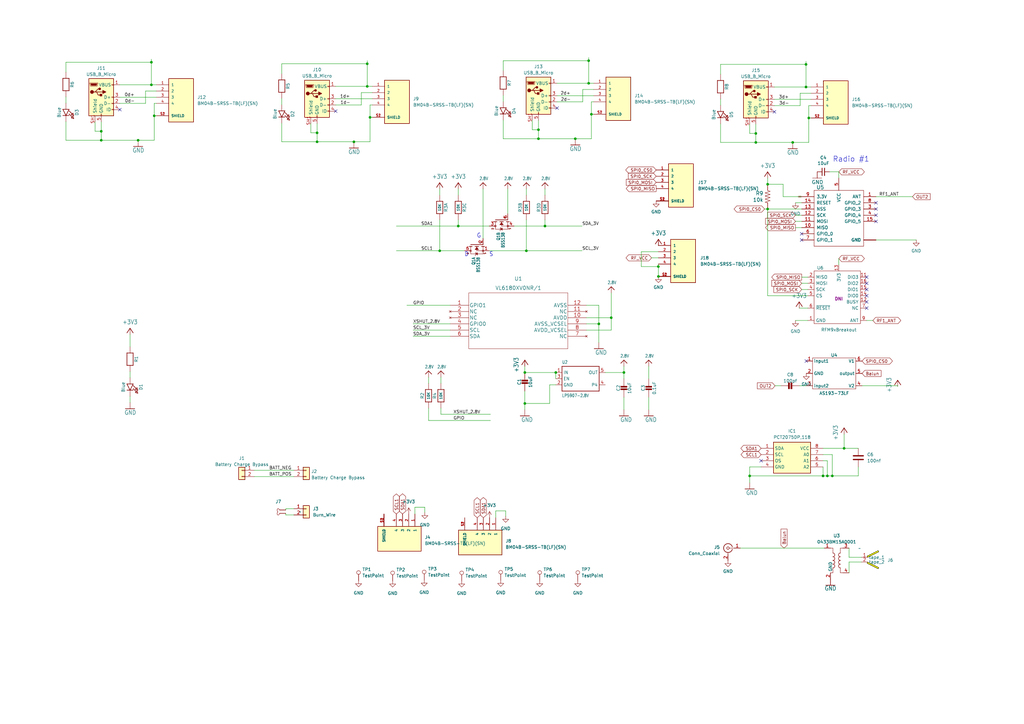
<source format=kicad_sch>
(kicad_sch (version 20230121) (generator eeschema)
  (paper "A3")
  (junction (at 325.12 58.42))
  (junction (at 215.9 102.87))
  (junction (at 250.698 130.302))
  (junction (at 337.566 195.199))
  (junction (at 130.048 54.483))
  (junction (at 314.833 85.725))
  (junction (at 241.427 34.163))
  (junction (at 63.246 47.498))
  (junction (at 330.581 35.687))
  (junction (at 270.0528 113.3856))
  (junction (at 331.724 48.387))
  (junction (at 145.161 58.166))
  (junction (at 220.853 53.213))
  (junction (at 130.048 58.166))
  (junction (at 307.467 195.199))
  (junction (at 255.905 152.781))
  (junction (at 242.57 46.863))
  (junction (at 310.007 54.737))
  (junction (at 215.265 165.481))
  (junction (at 215.265 152.781))
  (junction (at 180.34 102.87))
  (junction (at 330.581 26.416))
  (junction (at 245.618 132.842))
  (junction (at 346.202 183.896))
  (junction (at 62.103 25.527))
  (junction (at 270.0274 109.3216))
  (junction (at 62.103 34.798))
  (junction (at 314.833 75.565))
  (junction (at 341.376 195.199))
  (junction (at 150.622 35.433))
  (junction (at 223.52 92.71))
  (junction (at 41.529 53.848))
  (junction (at 56.642 57.531))
  (junction (at 241.427 24.892))
  (junction (at 151.765 48.133))
  (junction (at 41.529 57.531))
  (junction (at 187.96 92.71))
  (junction (at 339.344 195.199))
  (junction (at 227.965 152.781))
  (junction (at 220.853 56.896))
  (junction (at 235.966 56.896))
  (junction (at 310.007 58.42))
  (junction (at 150.622 26.162))
  (no_connect (at 317.627 45.847))
  (no_connect (at 359.283 90.805))
  (no_connect (at 359.283 88.265))
  (no_connect (at 355.473 126.365))
  (no_connect (at 355.473 123.825))
  (no_connect (at 355.473 116.205))
  (no_connect (at 355.473 118.745))
  (no_connect (at 328.803 95.885))
  (no_connect (at 359.283 85.725))
  (no_connect (at 355.473 113.665))
  (no_connect (at 355.473 121.285))
  (no_connect (at 328.803 98.425))
  (no_connect (at 312.166 188.976))
  (no_connect (at 359.283 83.185))
  (no_connect (at 49.149 44.958))
  (no_connect (at 330.708 148.082))
  (no_connect (at 228.473 44.323))
  (no_connect (at 137.668 45.593))
  (wire (pts (xy 223.52 80.01) (xy 223.52 77.47)))
  (wire (pts (xy 201.168 172.466) (xy 175.768 172.466)))
  (wire (pts (xy 180.848 169.926) (xy 180.848 167.386)))
  (wire (pts (xy 120.523 192.913) (xy 104.267 192.913)))
  (wire (pts (xy 187.96 80.01) (xy 187.96 77.47)))
  (wire (pts (xy 203.327 212.344) (xy 203.327 209.55)))
  (wire (pts (xy 53.34 162.56) (xy 53.34 165.1)))
  (wire (pts (xy 200.66 102.87) (xy 215.9 102.87)))
  (wire (pts (xy 235.966 56.896) (xy 242.57 56.896)))
  (wire (pts (xy 62.103 24.257) (xy 62.103 25.527)))
  (wire (pts (xy 307.467 195.199) (xy 307.467 197.993)))
  (wire (pts (xy 180.34 102.87) (xy 162.56 102.87)))
  (wire (pts (xy 243.459 41.783) (xy 242.57 41.783)))
  (wire (pts (xy 27.051 57.531) (xy 41.529 57.531)))
  (wire (pts (xy 295.529 50.8) (xy 295.529 58.42)))
  (wire (pts (xy 41.529 57.531) (xy 56.642 57.531)))
  (wire (pts (xy 151.765 58.166) (xy 151.765 48.133)))
  (wire (pts (xy 303.657 224.79) (xy 338.074 224.79)))
  (wire (pts (xy 130.048 58.166) (xy 145.161 58.166)))
  (wire (pts (xy 180.848 157.226) (xy 180.848 154.686)))
  (wire (pts (xy 240.538 132.842) (xy 245.618 132.842)))
  (wire (pts (xy 120.523 211.201) (xy 117.221 211.201)))
  (wire (pts (xy 215.9 90.17) (xy 215.9 102.87)))
  (wire (pts (xy 310.007 58.42) (xy 325.12 58.42)))
  (wire (pts (xy 120.523 208.661) (xy 117.221 208.661)))
  (wire (pts (xy 352.044 183.896) (xy 346.202 183.896)))
  (wire (pts (xy 353.314 228.6) (xy 348.234 228.6)))
  (wire (pts (xy 117.221 211.201) (xy 117.221 210.566)))
  (wire (pts (xy 215.9 80.01) (xy 215.9 77.47)))
  (wire (pts (xy 41.529 53.848) (xy 41.529 57.531)))
  (wire (pts (xy 245.618 132.842) (xy 245.618 140.462)))
  (wire (pts (xy 59.69 37.338) (xy 64.135 37.338)))
  (wire (pts (xy 314.833 75.565) (xy 314.833 73.025)))
  (wire (pts (xy 344.043 70.485) (xy 344.043 73.025)))
  (wire (pts (xy 148.209 37.973) (xy 152.654 37.973)))
  (wire (pts (xy 330.581 26.416) (xy 330.581 35.687)))
  (wire (pts (xy 187.96 92.71) (xy 162.56 92.71)))
  (wire (pts (xy 266.065 162.941) (xy 266.065 168.021)))
  (wire (pts (xy 200.66 92.71) (xy 187.96 92.71)))
  (wire (pts (xy 307.467 50.927) (xy 307.467 54.737)))
  (wire (pts (xy 127.508 54.483) (xy 130.048 54.483)))
  (wire (pts (xy 328.168 43.307) (xy 328.168 38.227)))
  (wire (pts (xy 317.627 43.307) (xy 328.168 43.307)))
  (wire (pts (xy 184.658 125.222) (xy 166.878 125.222)))
  (wire (pts (xy 49.149 39.878) (xy 64.135 39.878)))
  (wire (pts (xy 115.57 26.162) (xy 150.622 26.162)))
  (wire (pts (xy 242.57 46.863) (xy 243.459 46.863)))
  (wire (pts (xy 359.283 98.425) (xy 375.793 98.425)))
  (wire (pts (xy 348.234 228.6) (xy 348.234 224.79)))
  (wire (pts (xy 368.173 158.242) (xy 368.173 158.496)))
  (wire (pts (xy 150.622 35.433) (xy 152.654 35.433)))
  (wire (pts (xy 337.566 191.516) (xy 337.566 195.199)))
  (wire (pts (xy 245.618 125.222) (xy 245.618 132.842)))
  (wire (pts (xy 201.168 169.926) (xy 180.848 169.926)))
  (wire (pts (xy 218.313 53.213) (xy 220.853 53.213)))
  (wire (pts (xy 307.467 191.516) (xy 307.467 195.199)))
  (wire (pts (xy 148.209 43.053) (xy 148.209 37.973)))
  (wire (pts (xy 331.343 118.745) (xy 328.803 118.745)))
  (wire (pts (xy 130.048 50.673) (xy 130.048 54.483)))
  (wire (pts (xy 317.627 40.767) (xy 332.613 40.767)))
  (wire (pts (xy 270.0528 109.3216) (xy 270.0528 113.3856)))
  (wire (pts (xy 190.5 102.87) (xy 180.34 102.87)))
  (wire (pts (xy 115.57 58.166) (xy 130.048 58.166)))
  (wire (pts (xy 63.246 47.498) (xy 64.135 47.498)))
  (wire (pts (xy 38.989 53.848) (xy 41.529 53.848)))
  (wire (pts (xy 27.051 25.527) (xy 27.051 29.591)))
  (wire (pts (xy 330.581 35.687) (xy 332.613 35.687)))
  (wire (pts (xy 307.467 54.737) (xy 310.007 54.737)))
  (wire (pts (xy 184.658 137.922) (xy 169.418 137.922)))
  (wire (pts (xy 27.051 39.751) (xy 27.051 42.291)))
  (wire (pts (xy 223.52 90.17) (xy 223.52 92.71)))
  (wire (pts (xy 225.425 165.481) (xy 215.265 165.481)))
  (wire (pts (xy 248.285 152.781) (xy 255.905 152.781)))
  (wire (pts (xy 220.853 56.896) (xy 235.966 56.896)))
  (wire (pts (xy 255.905 162.941) (xy 255.905 168.021)))
  (wire (pts (xy 206.375 24.892) (xy 241.427 24.892)))
  (wire (pts (xy 359.283 80.645) (xy 374.269 80.645)))
  (wire (pts (xy 348.234 230.505) (xy 348.234 234.95)))
  (wire (pts (xy 341.376 195.199) (xy 352.044 195.199)))
  (wire (pts (xy 184.658 135.382) (xy 169.418 135.382)))
  (wire (pts (xy 321.183 80.645) (xy 321.183 75.565)))
  (wire (pts (xy 352.044 191.516) (xy 352.044 195.199)))
  (wire (pts (xy 241.427 24.892) (xy 241.427 34.163)))
  (wire (pts (xy 346.202 178.054) (xy 346.202 183.896)))
  (wire (pts (xy 117.221 208.661) (xy 117.221 209.169)))
  (wire (pts (xy 137.668 40.513) (xy 152.654 40.513)))
  (wire (pts (xy 218.313 49.403) (xy 218.313 53.213)))
  (wire (pts (xy 62.103 25.527) (xy 62.103 34.798)))
  (wire (pts (xy 240.538 125.222) (xy 245.618 125.222)))
  (wire (pts (xy 263.0424 103.2256) (xy 263.0424 109.3216)))
  (wire (pts (xy 337.566 188.976) (xy 339.344 188.976)))
  (wire (pts (xy 137.668 43.053) (xy 148.209 43.053)))
  (wire (pts (xy 174.244 208.026) (xy 174.244 210.185)))
  (wire (pts (xy 295.529 26.416) (xy 330.581 26.416)))
  (wire (pts (xy 198.12 97.79) (xy 198.12 77.47)))
  (wire (pts (xy 331.724 43.307) (xy 331.724 48.387)))
  (wire (pts (xy 203.327 209.55) (xy 207.391 209.55)))
  (wire (pts (xy 228.473 41.783) (xy 239.014 41.783)))
  (wire (pts (xy 215.265 165.481) (xy 215.265 160.401)))
  (wire (pts (xy 115.57 26.162) (xy 115.57 30.226)))
  (wire (pts (xy 152.654 43.053) (xy 151.765 43.053)))
  (wire (pts (xy 325.12 58.42) (xy 331.724 58.42)))
  (wire (pts (xy 227.965 152.781) (xy 215.265 152.781)))
  (wire (pts (xy 339.344 195.199) (xy 341.376 195.199)))
  (wire (pts (xy 337.566 186.436) (xy 341.376 186.436)))
  (wire (pts (xy 206.375 56.896) (xy 220.853 56.896)))
  (wire (pts (xy 330.581 25.146) (xy 330.581 26.416)))
  (wire (pts (xy 267.2334 105.7656) (xy 270.0274 105.7656)))
  (wire (pts (xy 180.34 77.47) (xy 180.34 80.01)))
  (wire (pts (xy 210.82 92.71) (xy 223.52 92.71)))
  (wire (pts (xy 344.043 106.045) (xy 344.043 108.585)))
  (wire (pts (xy 270.0274 108.3056) (xy 270.0274 109.3216)))
  (wire (pts (xy 241.427 34.163) (xy 243.459 34.163)))
  (wire (pts (xy 326.263 131.445) (xy 331.343 131.445)))
  (wire (pts (xy 307.467 195.199) (xy 337.566 195.199)))
  (wire (pts (xy 150.622 24.892) (xy 150.622 26.162)))
  (wire (pts (xy 255.905 152.781) (xy 255.905 150.241)))
  (wire (pts (xy 170.18 208.026) (xy 174.244 208.026)))
  (wire (pts (xy 206.375 24.892) (xy 206.375 28.956)))
  (wire (pts (xy 63.246 57.531) (xy 63.246 47.498)))
  (wire (pts (xy 151.765 43.053) (xy 151.765 48.133)))
  (wire (pts (xy 104.267 195.453) (xy 120.523 195.453)))
  (wire (pts (xy 310.007 54.737) (xy 310.007 58.42)))
  (wire (pts (xy 270.0274 103.2256) (xy 263.0424 103.2256)))
  (wire (pts (xy 225.425 157.861) (xy 225.425 165.481)))
  (wire (pts (xy 175.768 157.226) (xy 175.768 154.686)))
  (wire (pts (xy 328.803 93.345) (xy 326.263 93.345)))
  (wire (pts (xy 239.014 36.703) (xy 243.459 36.703)))
  (wire (pts (xy 215.265 150.241) (xy 215.265 152.781)))
  (wire (pts (xy 317.627 35.687) (xy 330.581 35.687)))
  (wire (pts (xy 263.0424 109.3216) (xy 270.0274 109.3216)))
  (wire (pts (xy 27.051 49.911) (xy 27.051 57.531)))
  (wire (pts (xy 240.538 135.382) (xy 250.698 135.382)))
  (wire (pts (xy 327.914 158.242) (xy 330.708 158.242)))
  (wire (pts (xy 353.314 230.505) (xy 348.234 230.505)))
  (wire (pts (xy 215.9 102.87) (xy 238.76 102.87)))
  (wire (pts (xy 295.529 40.64) (xy 295.529 43.18)))
  (wire (pts (xy 41.529 50.038) (xy 41.529 53.848)))
  (wire (pts (xy 314.833 121.285) (xy 331.343 121.285)))
  (wire (pts (xy 266.065 150.241) (xy 266.065 155.321)))
  (wire (pts (xy 332.613 43.307) (xy 331.724 43.307)))
  (wire (pts (xy 137.668 35.433) (xy 150.622 35.433)))
  (wire (pts (xy 328.803 83.185) (xy 326.263 83.185)))
  (wire (pts (xy 115.57 50.546) (xy 115.57 58.166)))
  (wire (pts (xy 206.375 39.116) (xy 206.375 41.656)))
  (wire (pts (xy 327.787 126.365) (xy 331.343 126.365)))
  (wire (pts (xy 150.622 26.162) (xy 150.622 35.433)))
  (wire (pts (xy 242.57 56.896) (xy 242.57 46.863)))
  (wire (pts (xy 228.473 39.243) (xy 243.459 39.243)))
  (wire (pts (xy 223.52 92.71) (xy 238.76 92.71)))
  (wire (pts (xy 53.34 142.24) (xy 53.34 137.16)))
  (wire (pts (xy 328.803 88.265) (xy 326.263 88.265)))
  (wire (pts (xy 339.344 188.976) (xy 339.344 195.199)))
  (wire (pts (xy 353.568 158.242) (xy 368.173 158.242)))
  (wire (pts (xy 242.57 41.783) (xy 242.57 46.863)))
  (wire (pts (xy 115.57 40.386) (xy 115.57 42.926)))
  (wire (pts (xy 321.183 80.645) (xy 328.803 80.645)))
  (wire (pts (xy 145.161 58.166) (xy 151.765 58.166)))
  (wire (pts (xy 313.563 85.725) (xy 314.833 85.725)))
  (wire (pts (xy 250.698 130.302) (xy 250.698 120.142)))
  (wire (pts (xy 341.376 186.436) (xy 341.376 195.199)))
  (wire (pts (xy 187.96 90.17) (xy 187.96 92.71)))
  (wire (pts (xy 314.833 85.725) (xy 314.833 121.285)))
  (wire (pts (xy 228.473 34.163) (xy 241.427 34.163)))
  (wire (pts (xy 207.391 209.55) (xy 207.391 211.709)))
  (wire (pts (xy 56.642 57.531) (xy 63.246 57.531)))
  (wire (pts (xy 317.881 158.242) (xy 320.294 158.242)))
  (wire (pts (xy 328.168 38.227) (xy 332.613 38.227)))
  (wire (pts (xy 310.007 50.927) (xy 310.007 54.737)))
  (wire (pts (xy 270.0274 109.3216) (xy 270.0528 109.3216)))
  (wire (pts (xy 328.803 90.805) (xy 326.263 90.805)))
  (wire (pts (xy 59.69 42.418) (xy 59.69 37.338)))
  (wire (pts (xy 49.149 34.798) (xy 62.103 34.798)))
  (wire (pts (xy 312.166 191.516) (xy 307.467 191.516)))
  (wire (pts (xy 227.965 155.321) (xy 227.965 152.781)))
  (wire (pts (xy 215.265 165.481) (xy 215.265 168.021)))
  (wire (pts (xy 49.149 42.418) (xy 59.69 42.418)))
  (wire (pts (xy 220.853 53.213) (xy 220.853 56.896)))
  (wire (pts (xy 220.853 49.403) (xy 220.853 53.213)))
  (wire (pts (xy 295.529 58.42) (xy 310.007 58.42)))
  (wire (pts (xy 175.768 172.466) (xy 175.768 167.386)))
  (wire (pts (xy 27.051 25.527) (xy 62.103 25.527)))
  (wire (pts (xy 337.566 195.199) (xy 339.344 195.199)))
  (wire (pts (xy 240.538 130.302) (xy 250.698 130.302)))
  (wire (pts (xy 295.529 26.416) (xy 295.529 30.48)))
  (wire (pts (xy 250.698 135.382) (xy 250.698 130.302)))
  (wire (pts (xy 331.343 116.205) (xy 328.803 116.205)))
  (wire (pts (xy 64.135 42.418) (xy 63.246 42.418)))
  (wire (pts (xy 270.0274 113.3856) (xy 270.0528 113.3856)))
  (wire (pts (xy 62.103 34.798) (xy 64.135 34.798)))
  (wire (pts (xy 344.043 70.485) (xy 340.233 70.485)))
  (wire (pts (xy 321.183 75.565) (xy 314.833 75.565)))
  (wire (pts (xy 239.014 41.783) (xy 239.014 36.703)))
  (wire (pts (xy 270.0274 100.6856) (xy 270.0528 100.6856)))
  (wire (pts (xy 227.965 157.861) (xy 225.425 157.861)))
  (wire (pts (xy 130.048 54.483) (xy 130.048 58.166)))
  (wire (pts (xy 331.724 48.387) (xy 332.613 48.387)))
  (wire (pts (xy 170.18 210.82) (xy 170.18 208.026)))
  (wire (pts (xy 63.246 42.418) (xy 63.246 47.498)))
  (wire (pts (xy 38.989 50.038) (xy 38.989 53.848)))
  (wire (pts (xy 331.724 58.42) (xy 331.724 48.387)))
  (wire (pts (xy 358.013 131.445) (xy 355.473 131.445)))
  (wire (pts (xy 331.343 113.665) (xy 328.803 113.665)))
  (wire (pts (xy 151.765 48.133) (xy 152.654 48.133)))
  (wire (pts (xy 255.905 152.781) (xy 255.905 155.321)))
  (wire (pts (xy 127.508 50.673) (xy 127.508 54.483)))
  (wire (pts (xy 337.566 183.896) (xy 346.202 183.896)))
  (wire (pts (xy 208.28 87.63) (xy 208.28 77.47)))
  (wire (pts (xy 184.658 132.842) (xy 169.418 132.842)))
  (wire (pts (xy 180.34 90.17) (xy 180.34 102.87)))
  (wire (pts (xy 314.833 85.725) (xy 328.803 85.725)))
  (wire (pts (xy 53.34 152.4) (xy 53.34 154.94)))
  (wire (pts (xy 241.427 23.622) (xy 241.427 24.892)))
  (wire (pts (xy 206.375 49.276) (xy 206.375 56.896)))
  (text "S" (at 200.66 105.41 0) (effects (font (size 1.778 1.5113)) (justify left bottom)))
  (text "Radio #1" (at 341.503 66.675 0) (effects (font (size 2.159 2.159)) (justify left bottom)))
  (text "G" (at 195.58 97.79 0) (effects (font (size 1.778 1.5113)) (justify left bottom)))
  (text "D" (at 190.5 105.41 0) (effects (font (size 1.778 1.5113)) (justify left bottom)))
  (label "3d-" (at 319.532 43.307 0))
  (label "BATT_NEG" (at 110.363 192.913 0))
  (label "2d+" (at 229.87 39.243 0))
  (label "XSHUT_2.8V" (at 185.928 169.926 0) (effects (font (size 1.2446 1.2446))))
  (label "0d-" (at 51.181 42.418 0))
  (label "GPIO" (at 169.418 125.222 0) (effects (font (size 1.2446 1.2446))))
  (label "1d-" (at 139.573 43.053 0))
  (label "1d+" (at 139.446 40.513 0))
  (label "SDA1" (at 172.72 92.71 0) (effects (font (size 1.2446 1.2446))))
  (label "2d-" (at 229.997 41.783 0))
  (label "3d+" (at 319.405 40.767 0))
  (label "SCL_3V" (at 169.418 135.382 0) (effects (font (size 1.2446 1.2446))))
  (label "SDA_3V" (at 169.418 137.922 0) (effects (font (size 1.2446 1.2446))))
  (label "GPIO" (at 185.928 172.466 0) (effects (font (size 1.2446 1.2446))))
  (label "RF1_ANT" (at 360.553 80.645 0))
  (label "SCL1" (at 172.72 102.87 0) (effects (font (size 1.2446 1.2446))))
  (label "0d+" (at 51.054 39.878 0))
  (label "SCL_3V" (at 238.76 102.87 0) (effects (font (size 1.2446 1.2446))))
  (label "SDA_3V" (at 238.76 92.71 0) (effects (font (size 1.2446 1.2446))))
  (label "XSHUT_2.8V" (at 169.418 132.842 0) (effects (font (size 1.2446 1.2446))))
  (label "BATT_POS" (at 110.363 195.453 0))
  (global_label "RF_VCC" (shape bidirectional) (at 344.043 70.485 0) (property "Intersheetrefs" "${INTERSHEET_REFS}" (effects hide)))
  (global_label "RF_VCC" (shape bidirectional) (at 344.043 106.045 0) (property "Intersheetrefs" "${INTERSHEET_REFS}" (effects hide)))
  (global_label "SPI0_MOSI" (shape input) (at 328.803 116.205 180) (property "Intersheetrefs" "${INTERSHEET_REFS}" (effects hide)))
  (global_label "SPI0_SCK" (shape input) (at 269.113 72.263 180) (property "Intersheetrefs" "${INTERSHEET_REFS}" (effects hide)))
  (global_label "SDA1" (shape bidirectional) (at 312.166 183.896 180) (property "Intersheetrefs" "${INTERSHEET_REFS}" (effects hide)))
  (global_label "SDA1" (shape bidirectional) (at 198.247 212.344 90) (property "Intersheetrefs" "${INTERSHEET_REFS}" (effects hide)))
  (global_label "OUT2" (shape input) (at 317.881 158.242 180) (property "Intersheetrefs" "${INTERSHEET_REFS}" (effects hide)))
  (global_label "SPI0_CS0" (shape bidirectional) (at 269.113 69.723 180) (property "Intersheetrefs" "${INTERSHEET_REFS}" (effects hide)))
  (global_label "SPI0_MOSI" (shape input) (at 326.263 90.805 180) (property "Intersheetrefs" "${INTERSHEET_REFS}" (effects hide)))
  (global_label "3.3V" (shape bidirectional) (at 328.803 80.645 180) (effects (font (size 0.254 0.254))) (property "Intersheetrefs" "${INTERSHEET_REFS}" (effects hide)))
  (global_label "SCL1" (shape bidirectional) (at 312.166 186.436 180) (property "Intersheetrefs" "${INTERSHEET_REFS}" (effects hide)))
  (global_label "SPI0_MOSI" (shape input) (at 269.113 74.803 180) (property "Intersheetrefs" "${INTERSHEET_REFS}" (effects hide)))
  (global_label "SCL1" (shape bidirectional) (at 162.56 210.82 90) (property "Intersheetrefs" "${INTERSHEET_REFS}" (effects hide)))
  (global_label "RF_VCC" (shape bidirectional) (at 267.2334 105.7656 180) (property "Intersheetrefs" "${INTERSHEET_REFS}" (effects hide)))
  (global_label "RF1_ANT" (shape bidirectional) (at 358.013 131.445 0) (property "Intersheetrefs" "${INTERSHEET_REFS}" (effects hide)))
  (global_label "Balun" (shape input) (at 353.568 153.162 0) (property "Intersheetrefs" "${INTERSHEET_REFS}" (effects hide)))
  (global_label "Balun" (shape input) (at 321.564 224.79 90) (property "Intersheetrefs" "${INTERSHEET_REFS}" (effects hide)))
  (global_label "SPI0_SCK" (shape input) (at 328.803 118.745 180) (property "Intersheetrefs" "${INTERSHEET_REFS}" (effects hide)))
  (global_label "SPI0_CS0" (shape bidirectional) (at 313.563 85.725 180) (property "Intersheetrefs" "${INTERSHEET_REFS}" (effects hide)))
  (global_label "OUT2" (shape input) (at 374.269 80.645 0) (property "Intersheetrefs" "${INTERSHEET_REFS}" (effects hide)))
  (global_label "SCL1" (shape bidirectional) (at 195.707 212.344 90) (property "Intersheetrefs" "${INTERSHEET_REFS}" (effects hide)))
  (global_label "SPI0_MISO" (shape output) (at 328.803 113.665 180) (property "Intersheetrefs" "${INTERSHEET_REFS}" (effects hide)))
  (global_label "SPI0_MISO" (shape output) (at 326.263 93.345 180) (property "Intersheetrefs" "${INTERSHEET_REFS}" (effects hide)))
  (global_label "SDA1" (shape bidirectional) (at 165.1 210.82 90) (property "Intersheetrefs" "${INTERSHEET_REFS}" (effects hide)))
  (global_label "SPI0_SCK" (shape input) (at 326.263 88.265 180) (property "Intersheetrefs" "${INTERSHEET_REFS}" (effects hide)))
  (global_label "SPI0_CS0" (shape bidirectional) (at 353.568 148.082 0) (property "Intersheetrefs" "${INTERSHEET_REFS}" (effects hide)))
  (global_label "SPI0_MISO" (shape output) (at 269.113 77.343 180) (property "Intersheetrefs" "${INTERSHEET_REFS}" (effects hide)))
  (symbol (lib_id "mainboard:RFM9xBreakout") (at 344.043 122.555 0) (unit 1)
    (property "Reference" "U6" (at 336.423 109.855 0))
    (property "Value" "RFM9xBreakout" (at 344.043 135.255 0))
    (property "Footprint" "Antenna_board:HOPERF_RFM95W_SMD" (effects hide))
    (property "DNI" "DNI" (at 344.043 122.555 0) (effects (font bold)))
  )
  (symbol (lib_id "Connector:USB_B_Micro") (at 41.529 39.878 0) (unit 1)
    (property "Reference" "J11" (at 41.529 27.94 0))
    (property "Value" "USB_B_Micro" (at 41.529 30.48 0))
    (property "Footprint" "Antenna_board:MOLEX_105164-0001(round)" (effects hide))
  )
  (symbol (lib_id "mainboard:10KOHM-1_10W-1%(0603)0603") (at 314.833 80.645 270) (unit 1)
    (property "Reference" "R9" (at 313.1058 79.2988 90) (effects (font (size 1.4986 1.4986)) (justify right)))
    (property "Value" "10k" (at 313.1058 81.9658 90) (effects (font (size 1.4986 1.4986)) (justify right)))
    (property "Footprint" "Resistor_SMD:R_0603_1608Metric" (effects hide))
    (property "Description" "10k 0603" (effects hide))
  )
  (symbol (lib_id "BM04B-SRSS-TB_LF__SN_:BM04B-SRSS-TB(LF)(SN)") (at 162.56 220.98 270) (unit 1)
    (property "Reference" "J4" (at 174.1932 220.345 90) (effects (justify left)))
    (property "Value" "BM04B-SRSS-TB(LF)(SN)" (at 174.1932 222.885 90) (effects (justify left)))
    (property "Footprint" "Antenna_board:JST_BM04B-SRSS-TB(LF)(SN)" (effects hide))
    (property "PARTREV" "N/A" (effects hide))
    (property "SNAPEDA_PN" "BM04B-SRSS-TB(LF)(SN)" (effects hide))
    (property "STANDARD" "Manufacturer Recommendations" (effects hide))
    (property "MAXIMUM_PACKAGE_HEIGHT" "6.3 mm" (effects hide))
    (property "MANUFACTURER" "JST Sales America Inc." (effects hide))
  )
  (symbol (lib_id "Adafruit VL6180 Time of Flight Sensor-eagle-import:MOSFET-N_DUAL") (at 195.58 100.33 90) (mirror x) (unit 1)
    (property "Reference" "Q1" (at 194.945 105.41 0) (effects (font (size 1.27 1.0795)) (justify left bottom)))
    (property "Value" "BSS138" (at 196.85 105.41 0) (effects (font (size 1.27 1.0795)) (justify left bottom)))
    (property "Footprint" "Package_TO_SOT_SMD:SOT-363_SC-70-6" (effects hide))
  )
  (symbol (lib_id "Adafruit ItsyBitsy RP2040-eagle-import:RESISTOR_0402NO") (at 295.529 35.56 270) (unit 1)
    (property "Reference" "R8" (at 298.069 35.56 0))
    (property "Value" "1K" (effects hide))
    (property "Footprint" "Resistor_SMD:R_0402_1005Metric" (effects hide))
  )
  (symbol (lib_id "Adafruit ItsyBitsy RP2040-eagle-import:RESISTOR_0402NO") (at 27.051 34.671 270) (unit 1)
    (property "Reference" "R6" (at 29.591 34.671 0))
    (property "Value" "1K" (effects hide))
    (property "Footprint" "Resistor_SMD:R_0402_1005Metric" (effects hide))
  )
  (symbol (lib_id "Adafruit VL6180 Time of Flight Sensor-eagle-import:2.8V") (at 250.698 117.602 0) (unit 1)
    (property "Reference" "#U$09" (effects hide))
    (property "Value" "2.8V" (at 249.174 116.586 0) (effects (font (size 1.27 1.0795)) (justify left bottom)))
    (property "Footprint" "Adafruit VL6180 Time of Flight Sensor:" (effects hide))
  )
  (symbol (lib_id "Antenna:Tape_Measure_Antenna") (at 352.552 224.917 0) (unit 1)
    (property "Reference" "J6" (at 363.982 229.743 0) (effects (justify left)))
    (property "Value" "~" (at 352.552 224.917 0))
    (property "Footprint" "Antenna_board:Tape_Measure_Antenna" (effects hide))
  )
  (symbol (lib_id "Adafruit ItsyBitsy RP2040-eagle-import:GND") (at 56.642 60.071 0) (mirror y) (unit 1)
    (property "Reference" "#GND03" (effects hide))
    (property "Value" "GND" (at 59.182 62.611 0) (effects (font (size 1.778 1.5113)) (justify left bottom)))
    (property "Footprint" "Adafruit ItsyBitsy RP2040:" (effects hide))
  )
  (symbol (lib_id "power:+3V3") (at 200.787 212.344 0) (unit 1)
    (property "Reference" "#PWR011" (effects hide))
    (property "Value" "+3V3" (at 200.787 207.264 0))
  )
  (symbol (lib_id "Adafruit VL6180 Time of Flight Sensor-eagle-import:GND") (at 266.065 170.561 0) (unit 1)
    (property "Reference" "#U$013" (effects hide))
    (property "Value" "GND" (at 264.541 173.101 0) (effects (font (size 1.778 1.5113)) (justify left bottom)))
    (property "Footprint" "Adafruit VL6180 Time of Flight Sensor:" (effects hide))
  )
  (symbol (lib_id "Adafruit VL6180 Time of Flight Sensor-eagle-import:2.8V") (at 266.065 147.701 0) (unit 1)
    (property "Reference" "#U$012" (effects hide))
    (property "Value" "2.8V" (at 264.541 146.685 0) (effects (font (size 1.27 1.0795)) (justify left bottom)))
    (property "Footprint" "Adafruit VL6180 Time of Flight Sensor:" (effects hide))
  )
  (symbol (lib_id "power:GND") (at 330.708 153.162 0) (unit 1)
    (property "Reference" "#PWR017" (effects hide))
    (property "Value" "GND" (at 330.708 157.6054 0))
  )
  (symbol (lib_id "VL6180X0NR:VL6180XV0NR{slash}1") (at 184.658 125.222 0) (unit 1)
    (property "Reference" "U1" (at 212.598 114.3 0) (effects (font (size 1.524 1.524))))
    (property "Value" "VL6180XV0NR/1" (at 212.598 118.11 0) (effects (font (size 1.524 1.524))))
    (property "Footprint" "Adafruit VL6180 Time of Flight Sensor:VL6180" (effects hide))
  )
  (symbol (lib_id "power:GND") (at 147.066 238.125 0) (unit 1)
    (property "Reference" "#PWR04" (effects hide))
    (property "Value" "GND" (at 147.066 243.205 0))
  )
  (symbol (lib_id "Adafruit ItsyBitsy RP2040-eagle-import:+3V3") (at 187.96 74.93 0) (unit 1)
    (property "Reference" "#+3V03" (effects hide))
    (property "Value" "+3V3" (at 187.96 72.39 0) (effects (font (size 1.778 1.5113))))
    (property "Footprint" "Adafruit ItsyBitsy RP2040:" (effects hide))
  )
  (symbol (lib_id "Adafruit ItsyBitsy RP2040-eagle-import:+3V3") (at 368.173 155.956 0) (unit 1)
    (property "Reference" "#+3V08" (effects hide))
    (property "Value" "+3V3" (at 365.633 161.036 90) (effects (font (size 1.778 1.5113)) (justify left bottom)))
    (property "Footprint" "Adafruit ItsyBitsy RP2040:" (effects hide))
  )
  (symbol (lib_id "Adafruit VL6180 Time of Flight Sensor-eagle-import:RESISTOR_4PACK") (at 215.9 85.09 90) (mirror x) (unit 2)
    (property "Reference" "R3" (at 213.36 85.09 0))
    (property "Value" "10K" (at 215.9 85.09 0) (effects (font (size 1.016 1.016) bold)))
    (property "Footprint" "Resistor_SMD:R_Array_Convex_4x0603" (effects hide))
  )
  (symbol (lib_id "BM04B-SRSS-TB_LF__SN_:BM04B-SRSS-TB(LF)(SN)") (at 279.273 77.343 0) (unit 1)
    (property "Reference" "J17" (at 286.258 74.803 0) (effects (justify left)))
    (property "Value" "BM04B-SRSS-TB(LF)(SN)" (at 286.258 77.343 0) (effects (justify left)))
    (property "Footprint" "Antenna_board:JST_BM04B-SRSS-TB(LF)(SN)" (effects hide))
    (property "PARTREV" "N/A" (effects hide))
    (property "SNAPEDA_PN" "BM04B-SRSS-TB(LF)(SN)" (effects hide))
    (property "STANDARD" "Manufacturer Recommendations" (effects hide))
    (property "MAXIMUM_PACKAGE_HEIGHT" "6.3 mm" (effects hide))
    (property "MANUFACTURER" "JST Sales America Inc." (effects hide))
  )
  (symbol (lib_id "BM04B-SRSS-TB_LF__SN_:BM04B-SRSS-TB(LF)(SN)") (at 253.619 41.783 0) (unit 1)
    (property "Reference" "J14" (at 260.223 39.243 0) (effects (justify left)))
    (property "Value" "BM04B-SRSS-TB(LF)(SN)" (at 260.223 41.783 0) (effects (justify left)))
    (property "Footprint" "Antenna_board:JST_BM04B-SRSS-TB(LF)(SN)" (effects hide))
    (property "PARTREV" "N/A" (effects hide))
    (property "SNAPEDA_PN" "BM04B-SRSS-TB(LF)(SN)" (effects hide))
    (property "STANDARD" "Manufacturer Recommendations" (effects hide))
    (property "MAXIMUM_PACKAGE_HEIGHT" "6.3 mm" (effects hide))
    (property "MANUFACTURER" "JST Sales America Inc." (effects hide))
  )
  (symbol (lib_id "Adafruit ItsyBitsy RP2040-eagle-import:+3V3") (at 53.34 134.62 0) (unit 1)
    (property "Reference" "#+3V01" (effects hide))
    (property "Value" "+3V3" (at 53.34 132.08 0) (effects (font (size 1.778 1.5113))))
    (property "Footprint" "Adafruit ItsyBitsy RP2040:" (effects hide))
  )
  (symbol (lib_id "Adafruit VL6180 Time of Flight Sensor-eagle-import:2.8V") (at 223.52 74.93 0) (unit 1)
    (property "Reference" "#U$07" (effects hide))
    (property "Value" "2.8V" (at 221.996 73.914 0) (effects (font (size 1.27 1.0795)) (justify left bottom)))
    (property "Footprint" "Adafruit VL6180 Time of Flight Sensor:" (effects hide))
  )
  (symbol (lib_id "Adafruit VL6180 Time of Flight Sensor-eagle-import:GND") (at 245.618 143.002 0) (unit 1)
    (property "Reference" "#U$08" (effects hide))
    (property "Value" "GND" (at 244.094 145.542 0) (effects (font (size 1.778 1.5113)) (justify left bottom)))
    (property "Footprint" "Adafruit VL6180 Time of Flight Sensor:" (effects hide))
  )
  (symbol (lib_id "Adafruit VL6180 Time of Flight Sensor-eagle-import:VREG_SOT23-5") (at 238.125 155.321 0) (unit 1)
    (property "Reference" "U2" (at 230.505 149.225 0) (effects (font (size 1.27 1.0795)) (justify left bottom)))
    (property "Value" "LP5907-2.8V" (at 230.505 162.941 0) (effects (font (size 1.27 1.0795)) (justify left bottom)))
    (property "Footprint" "Package_TO_SOT_SMD:SOT-23-5" (effects hide))
  )
  (symbol (lib_id "Connector:TestPoint") (at 189.357 238.252 0) (unit 1)
    (property "Reference" "TP4" (at 190.881 233.68 0) (effects (justify left)))
    (property "Value" "TestPoint" (at 190.881 236.22 0) (effects (justify left)))
    (property "Footprint" "MountingHole:MountingHole_2.7mm_M2.5_Pad" (effects hide))
  )
  (symbol (lib_id "Adafruit VL6180 Time of Flight Sensor-eagle-import:CAP_CERAMIC0603_NO") (at 266.065 160.401 0) (unit 1)
    (property "Reference" "C3" (at 263.775 159.151 90))
    (property "Value" "0.1uF" (at 268.365 159.151 90))
    (property "Footprint" "Capacitor_SMD:C_0603_1608Metric" (effects hide))
  )
  (symbol (lib_id "BM04B-SRSS-TB_LF__SN_:BM04B-SRSS-TB(LF)(SN)") (at 342.773 43.307 0) (unit 1)
    (property "Reference" "J16" (at 349.377 40.767 0) (effects (justify left)))
    (property "Value" "BM04B-SRSS-TB(LF)(SN)" (at 349.377 43.307 0) (effects (justify left)))
    (property "Footprint" "Antenna_board:JST_BM04B-SRSS-TB(LF)(SN)" (effects hide))
    (property "PARTREV" "N/A" (effects hide))
    (property "SNAPEDA_PN" "BM04B-SRSS-TB(LF)(SN)" (effects hide))
    (property "STANDARD" "Manufacturer Recommendations" (effects hide))
    (property "MAXIMUM_PACKAGE_HEIGHT" "6.3 mm" (effects hide))
    (property "MANUFACTURER" "JST Sales America Inc." (effects hide))
  )
  (symbol (lib_id "mainboard:GND") (at 335.153 73.025 0) (mirror y) (unit 1)
    (property "Reference" "#U01" (effects hide))
    (property "Value" "GND" (at 337.693 75.565 0) (effects (font (size 1.4986 1.4986)) (justify left bottom)))
  )
  (symbol (lib_id "power:GND") (at 221.361 238.125 0) (unit 1)
    (property "Reference" "#PWR09" (effects hide))
    (property "Value" "GND" (at 221.361 243.205 0))
  )
  (symbol (lib_id "Adafruit VL6180 Time of Flight Sensor-eagle-import:RESISTOR_4PACK") (at 180.34 85.09 270) (unit 1)
    (property "Reference" "R3" (at 182.88 85.09 0))
    (property "Value" "10K" (at 180.34 85.09 0) (effects (font (size 1.016 1.016) bold)))
    (property "Footprint" "Resistor_SMD:R_Array_Convex_4x0603" (effects hide))
  )
  (symbol (lib_id "Adafruit VL6180 Time of Flight Sensor-eagle-import:MOSFET-N_DUAL") (at 205.74 90.17 90) (mirror x) (unit 2)
    (property "Reference" "Q1" (at 205.105 95.25 0) (effects (font (size 1.27 1.0795)) (justify left bottom)))
    (property "Value" "BSS138" (at 207.01 95.25 0) (effects (font (size 1.27 1.0795)) (justify left bottom)))
    (property "Footprint" "Package_TO_SOT_SMD:SOT-363_SC-70-6" (effects hide))
  )
  (symbol (lib_id "Adafruit VL6180 Time of Flight Sensor-eagle-import:CAP_CERAMIC0805-NOOUTLINE") (at 255.905 160.401 0) (unit 1)
    (property "Reference" "C2" (at 253.615 159.151 90))
    (property "Value" "10uF" (at 258.205 159.151 90))
    (property "Footprint" "Capacitor_SMD:C_0805_2012Metric" (effects hide))
  )
  (symbol (lib_id "power:GND") (at 205.359 237.998 0) (unit 1)
    (property "Reference" "#PWR08" (effects hide))
    (property "Value" "GND" (at 205.359 243.078 0))
  )
  (symbol (lib_id "Adafruit ItsyBitsy RP2040-eagle-import:+3V3") (at 215.265 147.701 0) (unit 1)
    (property "Reference" "#+3V04" (effects hide))
    (property "Value" "+3V3" (at 212.725 152.781 90) (effects (font (size 1.778 1.5113)) (justify left bottom)))
    (property "Footprint" "Adafruit ItsyBitsy RP2040:" (effects hide))
  )
  (symbol (lib_id "Adafruit ItsyBitsy RP2040-eagle-import:RESISTOR_0402NO") (at 53.34 147.32 270) (unit 1)
    (property "Reference" "R1" (at 55.88 147.32 0))
    (property "Value" "1K" (effects hide))
    (property "Footprint" "Resistor_SMD:R_0402_1005Metric" (effects hide))
  )
  (symbol (lib_id "Device:C") (at 352.044 187.706 0) (unit 1)
    (property "Reference" "C6" (at 355.6 186.436 0) (effects (justify left)))
    (property "Value" "100nf" (at 355.6 188.976 0) (effects (justify left)))
    (property "Footprint" "Capacitor_SMD:C_0603_1608Metric" (effects hide))
  )
  (symbol (lib_id "Adafruit VL6180 Time of Flight Sensor-eagle-import:RESISTOR_4PACK") (at 223.52 85.09 90) (mirror x) (unit 4)
    (property "Reference" "R3" (at 220.98 85.09 0))
    (property "Value" "10K" (at 223.52 85.09 0) (effects (font (size 1.016 1.016) bold)))
    (property "Footprint" "Resistor_SMD:R_Array_Convex_4x0603" (effects hide))
  )
  (symbol (lib_id "Adafruit VL6180 Time of Flight Sensor-eagle-import:GND") (at 215.265 170.561 0) (unit 1)
    (property "Reference" "#U$05" (effects hide))
    (property "Value" "GND" (at 213.741 173.101 0) (effects (font (size 1.778 1.5113)) (justify left bottom)))
    (property "Footprint" "Adafruit VL6180 Time of Flight Sensor:" (effects hide))
  )
  (symbol (lib_id "Connector:USB_B_Micro") (at 220.853 39.243 0) (unit 1)
    (property "Reference" "J13" (at 220.853 27.305 0))
    (property "Value" "USB_B_Micro" (at 220.853 29.845 0))
    (property "Footprint" "Antenna_board:MOLEX_105164-0001(round)" (effects hide))
  )
  (symbol (lib_id "BM04B-SRSS-TB_LF__SN_:BM04B-SRSS-TB(LF)(SN)") (at 195.707 222.504 270) (unit 1)
    (property "Reference" "J8" (at 207.3402 221.869 90) (effects (justify left)))
    (property "Value" "BM04B-SRSS-TB(LF)(SN)" (at 207.3402 224.409 90) (effects (justify left)))
    (property "Footprint" "Antenna_board:JST_BM04B-SRSS-TB(LF)(SN)" (effects hide))
    (property "PARTREV" "N/A" (effects hide))
    (property "SNAPEDA_PN" "BM04B-SRSS-TB(LF)(SN)" (effects hide))
    (property "STANDARD" "Manufacturer Recommendations" (effects hide))
    (property "MAXIMUM_PACKAGE_HEIGHT" "6.3 mm" (effects hide))
    (property "MANUFACTURER" "JST Sales America Inc." (effects hide))
  )
  (symbol (lib_id "Transformer:0433BM15A0001") (at 343.154 229.87 0) (unit 1)
    (property "Reference" "U3" (at 343.154 219.71 0))
    (property "Value" "0433BM15A0001" (at 343.154 222.25 0))
    (property "Footprint" "RF_Converter:Balun_Johanson_0896BM15A0001" (effects hide))
    (property "Datasheet" "https://www.johansontechnology.com/datasheets/0433BM15A0001/0433BM15A0001.pdf" (effects hide))
  )
  (symbol (lib_id "Connector:TestPoint") (at 205.359 237.998 0) (unit 1)
    (property "Reference" "TP5" (at 206.883 233.426 0) (effects (justify left)))
    (property "Value" "TestPoint" (at 206.883 235.966 0) (effects (justify left)))
    (property "Footprint" "MountingHole:MountingHole_2.7mm_M2.5_Pad" (effects hide))
  )
  (symbol (lib_id "Adafruit VL6180 Time of Flight Sensor-eagle-import:RESISTOR_0603_NOOUT") (at 175.768 162.306 90) (unit 1)
    (property "Reference" "R2" (at 173.228 162.306 0))
    (property "Value" "10K" (at 175.768 162.306 0) (effects (font (size 1.016 1.016) bold)))
    (property "Footprint" "Resistor_SMD:R_0603_1608Metric" (effects hide))
  )
  (symbol (lib_id "Adafruit ItsyBitsy RP2040-eagle-import:CAP_CERAMIC_0402NO") (at 325.374 158.242 90) (unit 1)
    (property "Reference" "C8" (at 324.104 153.67 90))
    (property "Value" "100pf" (at 324.104 156.21 90))
    (property "Footprint" "Capacitor_SMD:C_0603_1608Metric" (effects hide))
  )
  (symbol (lib_id "Adafruit ItsyBitsy RP2040-eagle-import:LED0603_NOOUTLINE") (at 295.529 48.26 270) (unit 1)
    (property "Reference" "D5" (at 299.974 46.99 0))
    (property "Value" "Blue" (at 292.735 46.99 0))
    (property "Footprint" "LED_SMD:LED_0603_1608Metric" (effects hide))
  )
  (symbol (lib_id "Adafruit VL6180 Time of Flight Sensor-eagle-import:2.8V") (at 215.9 74.93 0) (unit 1)
    (property "Reference" "#U$06" (effects hide))
    (property "Value" "2.8V" (at 214.376 73.914 0) (effects (font (size 1.27 1.0795)) (justify left bottom)))
    (property "Footprint" "Adafruit VL6180 Time of Flight Sensor:" (effects hide))
  )
  (symbol (lib_id "power:GND") (at 236.982 238.125 0) (unit 1)
    (property "Reference" "#PWR010" (effects hide))
    (property "Value" "GND" (at 236.982 243.205 0))
  )
  (symbol (lib_id "Antenna:PCT2075DP,118") (at 312.166 183.896 0) (unit 1)
    (property "Reference" "IC1" (at 324.866 176.784 0))
    (property "Value" "PCT2075DP,118" (at 324.866 179.324 0))
    (property "Footprint" "Package_SO:TSSOP-8_3x3mm_P0.65mm" (effects hide))
    (property "Datasheet" "http://www.nxp.com/docs/en/data-sheet/PCT2075.pdf" (effects hide))
    (property "Height" "1.1" (effects hide))
    (property "Mouser Part Number" "771-PCT2075DP118" (effects hide))
    (property "Mouser Price/Stock" "https://www.mouser.co.uk/ProductDetail/NXP-Semiconductors/PCT2075DP118?qs=lH1ILECabYlwLBLKMiotHw%3D%3D" (effects hide))
    (property "Manufacturer_Name" "NXP" (effects hide))
    (property "Manufacturer_Part_Number" "PCT2075DP,118" (effects hide))
  )
  (symbol (lib_id "power:GND") (at 269.113 82.423 0) (unit 1)
    (property "Reference" "#PWR020" (effects hide))
    (property "Value" "GND" (at 269.113 86.8664 0))
  )
  (symbol (lib_id "Adafruit VL6180 Time of Flight Sensor-eagle-import:RESISTOR_0603_NOOUT") (at 180.848 162.306 90) (unit 1)
    (property "Reference" "R4" (at 178.308 162.306 0))
    (property "Value" "10K" (at 180.848 162.306 0) (effects (font (size 1.016 1.016) bold)))
    (property "Footprint" "Resistor_SMD:R_0603_1608Metric" (effects hide))
  )
  (symbol (lib_id "power:+3V3") (at 167.64 210.82 0) (unit 1)
    (property "Reference" "#PWR01" (effects hide))
    (property "Value" "+3V3" (at 167.64 205.74 0))
  )
  (symbol (lib_id "Connector:Conn_Coaxial") (at 298.577 224.79 0) (mirror y) (unit 1)
    (property "Reference" "J5" (at 295.275 224.4482 0) (effects (justify left)))
    (property "Value" "Conn_Coaxial" (at 295.275 226.9882 0) (effects (justify left)))
    (property "Footprint" "Connector_Coaxial:SMA_Amphenol_901-144_Vertical" (effects hide))
    (property "Datasheet" " ~" (effects hide))
  )
  (symbol (lib_id "Adafruit ItsyBitsy RP2040-eagle-import:GND") (at 235.966 59.436 0) (mirror y) (unit 1)
    (property "Reference" "#GND05" (effects hide))
    (property "Value" "GND" (at 238.506 61.976 0) (effects (font (size 1.778 1.5113)) (justify left bottom)))
    (property "Footprint" "Adafruit ItsyBitsy RP2040:" (effects hide))
  )
  (symbol (lib_id "Connector:USB_B_Micro") (at 130.048 40.513 0) (unit 1)
    (property "Reference" "J10" (at 130.048 28.575 0))
    (property "Value" "USB_B_Micro" (at 130.048 31.115 0))
    (property "Footprint" "Antenna_board:MOLEX_105164-0001(round)" (effects hide))
  )
  (symbol (lib_id "Adafruit VL6180 Time of Flight Sensor-eagle-import:GND") (at 255.905 170.561 0) (unit 1)
    (property "Reference" "#U$011" (effects hide))
    (property "Value" "GND" (at 254.381 173.101 0) (effects (font (size 1.778 1.5113)) (justify left bottom)))
    (property "Footprint" "Adafruit VL6180 Time of Flight Sensor:" (effects hide))
  )
  (symbol (lib_id "Connector:TestPoint") (at 147.066 238.125 0) (unit 1)
    (property "Reference" "TP1" (at 148.59 233.553 0) (effects (justify left)))
    (property "Value" "TestPoint" (at 148.59 236.093 0) (effects (justify left)))
    (property "Footprint" "MountingHole:MountingHole_2.7mm_M2.5_Pad" (effects hide))
  )
  (symbol (lib_id "power:GND") (at 326.263 131.445 0) (unit 1)
    (property "Reference" "#PWR013" (effects hide))
    (property "Value" "GND" (at 326.263 135.8884 0))
  )
  (symbol (lib_id "Adafruit VL6180 Time of Flight Sensor-eagle-import:2.8V") (at 198.12 74.93 0) (unit 1)
    (property "Reference" "#U$03" (effects hide))
    (property "Value" "2.8V" (at 196.596 73.914 0) (effects (font (size 1.27 1.0795)) (justify left bottom)))
    (property "Footprint" "Adafruit VL6180 Time of Flight Sensor:" (effects hide))
  )
  (symbol (lib_id "Adafruit VL6180 Time of Flight Sensor-eagle-import:2.8V") (at 208.28 74.93 0) (unit 1)
    (property "Reference" "#U$04" (effects hide))
    (property "Value" "2.8V" (at 206.756 73.914 0) (effects (font (size 1.27 1.0795)) (justify left bottom)))
    (property "Footprint" "Adafruit VL6180 Time of Flight Sensor:" (effects hide))
  )
  (symbol (lib_id "Connector_Generic:Conn_01x02") (at 125.603 192.913 0) (unit 1)
    (property "Reference" "J2" (at 127.635 193.3483 0) (effects (justify left)))
    (property "Value" "Battery Charge Bypass" (at 127.635 195.8852 0) (effects (justify left)))
    (property "Footprint" "Picolock2Pos:MOLEX_504050-0291" (effects hide))
  )
  (symbol (lib_id "power:GND") (at 174.244 210.185 0) (unit 1)
    (property "Reference" "#PWR02" (effects hide))
    (property "Value" "GND" (at 174.244 215.265 0))
  )
  (symbol (lib_id "Connector_Generic:Conn_01x02") (at 125.603 208.661 0) (unit 1)
    (property "Reference" "J3" (at 128.27 208.661 0) (effects (justify left)))
    (property "Value" "Burn_Wire" (at 128.27 211.201 0) (effects (justify left)))
    (property "Footprint" "Picolock2Pos:MOLEX_504050-0291" (effects hide))
  )
  (symbol (lib_id "Adafruit VL6180 Time of Flight Sensor-eagle-import:CAP_CERAMIC0805-NOOUTLINE") (at 215.265 157.861 0) (unit 1)
    (property "Reference" "C1" (at 212.975 156.611 90))
    (property "Value" "10uF" (at 217.565 156.611 90))
    (property "Footprint" "Capacitor_SMD:C_0805_2012Metric" (effects hide))
  )
  (symbol (lib_id "Connector_Generic:Conn_01x02") (at 99.187 192.913 0) (mirror y) (unit 1)
    (property "Reference" "J1" (at 99.187 187.9432 0))
    (property "Value" "Battery Charge Bypass" (at 99.187 190.4801 0))
    (property "Footprint" "Connector_PinHeader_2.54mm:PinHeader_1x02_P2.54mm_Vertical" (effects hide))
  )
  (symbol (lib_id "Adafruit ItsyBitsy RP2040-eagle-import:+3V3") (at 314.833 70.485 0) (unit 1)
    (property "Reference" "#+3V06" (effects hide))
    (property "Value" "+3V3" (at 314.833 67.945 0) (effects (font (size 1.778 1.5113))))
    (property "Footprint" "Adafruit ItsyBitsy RP2040:" (effects hide))
  )
  (symbol (lib_id "Connector:TestPoint") (at 161.036 238.252 0) (unit 1)
    (property "Reference" "TP2" (at 162.56 233.68 0) (effects (justify left)))
    (property "Value" "TestPoint" (at 162.56 236.22 0) (effects (justify left)))
    (property "Footprint" "MountingHole:MountingHole_2.7mm_M2.5_Pad" (effects hide))
  )
  (symbol (lib_id "Adafruit ItsyBitsy RP2040-eagle-import:GND") (at 325.12 60.96 0) (mirror y) (unit 1)
    (property "Reference" "#GND06" (effects hide))
    (property "Value" "GND" (at 327.66 63.5 0) (effects (font (size 1.778 1.5113)) (justify left bottom)))
    (property "Footprint" "Adafruit ItsyBitsy RP2040:" (effects hide))
  )
  (symbol (lib_id "BM04B-SRSS-TB_LF__SN_:BM04B-SRSS-TB(LF)(SN)") (at 280.1874 108.3056 0) (unit 1)
    (property "Reference" "J18" (at 287.1724 105.7656 0) (effects (justify left)))
    (property "Value" "BM04B-SRSS-TB(LF)(SN)" (at 287.1724 108.3056 0) (effects (justify left)))
    (property "Footprint" "Antenna_board:JST_BM04B-SRSS-TB(LF)(SN)" (effects hide))
    (property "PARTREV" "N/A" (effects hide))
    (property "SNAPEDA_PN" "BM04B-SRSS-TB(LF)(SN)" (effects hide))
    (property "STANDARD" "Manufacturer Recommendations" (effects hide))
    (property "MAXIMUM_PACKAGE_HEIGHT" "6.3 mm" (effects hide))
    (property "MANUFACTURER" "JST Sales America Inc." (effects hide))
  )
  (symbol (lib_id "Adafruit VL6180 Time of Flight Sensor-eagle-import:2.8V") (at 255.905 147.701 0) (unit 1)
    (property "Reference" "#U$010" (effects hide))
    (property "Value" "2.8V" (at 254.381 146.685 0) (effects (font (size 1.27 1.0795)) (justify left bottom)))
    (property "Footprint" "Adafruit VL6180 Time of Flight Sensor:" (effects hide))
  )
  (symbol (lib_id "Adafruit ItsyBitsy RP2040-eagle-import:+3V3") (at 327.787 123.825 0) (unit 1)
    (property "Reference" "#+3V07" (effects hide))
    (property "Value" "+3V3" (at 327.787 121.285 0) (effects (font (size 1.778 1.5113))))
    (property "Footprint" "Adafruit ItsyBitsy RP2040:" (effects hide))
  )
  (symbol (lib_id "BM04B-SRSS-TB_LF__SN_:BM04B-SRSS-TB(LF)(SN)") (at 74.295 42.418 0) (unit 1)
    (property "Reference" "J12" (at 80.899 39.878 0) (effects (justify left)))
    (property "Value" "BM04B-SRSS-TB(LF)(SN)" (at 80.899 42.418 0) (effects (justify left)))
    (property "Footprint" "Antenna_board:JST_BM04B-SRSS-TB(LF)(SN)" (effects hide))
    (property "PARTREV" "N/A" (effects hide))
    (property "SNAPEDA_PN" "BM04B-SRSS-TB(LF)(SN)" (effects hide))
    (property "STANDARD" "Manufacturer Recommendations" (effects hide))
    (property "MAXIMUM_PACKAGE_HEIGHT" "6.3 mm" (effects hide))
    (property "MANUFACTURER" "JST Sales America Inc." (effects hide))
  )
  (symbol (lib_id "Connector:USB_B_Micro") (at 310.007 40.767 0) (unit 1)
    (property "Reference" "J15" (at 310.007 28.829 0))
    (property "Value" "USB_B_Micro" (at 310.007 31.369 0))
    (property "Footprint" "Antenna_board:MOLEX_105164-0001(round)" (effects hide))
  )
  (symbol (lib_id "Adafruit ItsyBitsy RP2040-eagle-import:RESISTOR_0402NO") (at 115.57 35.306 270) (unit 1)
    (property "Reference" "R5" (at 118.11 35.306 0))
    (property "Value" "1K" (effects hide))
    (property "Footprint" "Resistor_SMD:R_0402_1005Metric" (effects hide))
  )
  (symbol (lib_id "Adafruit ItsyBitsy RP2040-eagle-import:LED0603_NOOUTLINE") (at 115.57 48.006 270) (unit 1)
    (property "Reference" "D2" (at 120.015 46.736 0))
    (property "Value" "Blue" (at 112.776 46.736 0))
    (property "Footprint" "LED_SMD:LED_0603_1608Metric" (effects hide))
  )
  (symbol (lib_id "power:GND") (at 161.036 238.252 0) (unit 1)
    (property "Reference" "#PWR05" (effects hide))
    (property "Value" "GND" (at 161.036 243.332 0))
  )
  (symbol (lib_id "Antenna:RF_Switch") (at 342.138 153.162 0) (unit 1)
    (property "Reference" "U4" (at 342.138 145.669 0))
    (property "Value" "AS193-73LF" (at 342.138 161.29 0))
    (property "Footprint" "Package_TO_SOT_SMD:SuperSOT-6" (effects hide))
  )
  (symbol (lib_id "Adafruit ItsyBitsy RP2040-eagle-import:+3V3") (at 180.34 74.93 0) (unit 1)
    (property "Reference" "#+3V02" (effects hide))
    (property "Value" "+3V3" (at 180.34 72.39 0) (effects (font (size 1.778 1.5113))))
    (property "Footprint" "Adafruit ItsyBitsy RP2040:" (effects hide))
  )
  (symbol (lib_id "mainboard:RFM98PW") (at 341.503 88.265 0) (unit 1)
    (property "Reference" "U5" (at 336.423 76.835 0) (effects (font (size 1.4986 1.4986))))
    (property "Value" "RFM98PW" (effects hide))
    (property "Footprint" "Antenna_board:RFM98PW" (effects hide))
    (property "Description" "433 MHz 1W Radio" (effects hide))
    (property "Flight" "RFM98PW" (effects hide))
    (property "Manufacturer_Name" "HopeRF" (effects hide))
    (property "Manufacturer_Part_Number" "RFM98PW" (effects hide))
    (property "Proto" "RFM98PW" (effects hide))
  )
  (symbol (lib_id "Adafruit VL6180 Time of Flight Sensor-eagle-import:2.8V") (at 175.768 152.146 0) (unit 1)
    (property "Reference" "#U$01" (effects hide))
    (property "Value" "2.8V" (at 174.244 151.13 0) (effects (font (size 1.27 1.0795)) (justify left bottom)))
    (property "Footprint" "Adafruit VL6180 Time of Flight Sensor:" (effects hide))
  )
  (symbol (lib_id "Adafruit ItsyBitsy RP2040-eagle-import:LED0603_NOOUTLINE") (at 53.34 160.02 270) (unit 1)
    (property "Reference" "D1" (at 57.785 158.75 0))
    (property "Value" "Blue" (at 50.546 158.75 0))
    (property "Footprint" "LED_SMD:LED_0603_1608Metric" (effects hide))
  )
  (symbol (lib_id "power:GND") (at 326.263 83.185 0) (unit 1)
    (property "Reference" "#PWR018" (effects hide))
    (property "Value" "GND" (at 326.263 87.6284 0))
  )
  (symbol (lib_id "Device:C_Small") (at 337.693 70.485 90) (unit 1)
    (property "Reference" "C4" (at 337.693 64.6684 90))
    (property "Value" "10uF" (at 337.693 66.9798 90))
    (property "Footprint" "Capacitor_SMD:C_0603_1608Metric" (effects hide))
    (property "Description" "10uF +-20% 10V X5R" (effects hide))
  )
  (symbol (lib_id "Connector:TestPoint") (at 236.982 238.125 0) (unit 1)
    (property "Reference" "TP7" (at 238.506 233.553 0) (effects (justify left)))
    (property "Value" "TestPoint" (at 238.506 236.093 0) (effects (justify left)))
    (property "Footprint" "MountingHole:MountingHole_2.7mm_M2.5_Pad" (effects hide))
  )
  (symbol (lib_id "Adafruit ItsyBitsy RP2040-eagle-import:LED0603_NOOUTLINE") (at 206.375 46.736 270) (unit 1)
    (property "Reference" "D4" (at 210.82 45.466 0))
    (property "Value" "Blue" (at 203.581 45.466 0))
    (property "Footprint" "LED_SMD:LED_0603_1608Metric" (effects hide))
  )
  (symbol (lib_id "power:GND") (at 189.357 238.252 0) (unit 1)
    (property "Reference" "#PWR07" (effects hide))
    (property "Value" "GND" (at 189.357 243.332 0))
  )
  (symbol (lib_id "Adafruit ItsyBitsy RP2040-eagle-import:GND") (at 145.161 60.706 0) (mirror y) (unit 1)
    (property "Reference" "#GND02" (effects hide))
    (property "Value" "GND" (at 147.701 63.246 0) (effects (font (size 1.778 1.5113)) (justify left bottom)))
    (property "Footprint" "Adafruit ItsyBitsy RP2040:" (effects hide))
  )
  (symbol (lib_id "Adafruit ItsyBitsy RP2040-eagle-import:RESISTOR_0402NO") (at 206.375 34.036 270) (unit 1)
    (property "Reference" "R7" (at 208.915 34.036 0))
    (property "Value" "1K" (effects hide))
    (property "Footprint" "Resistor_SMD:R_0402_1005Metric" (effects hide))
  )
  (symbol (lib_id "Adafruit ItsyBitsy RP2040-eagle-import:+3V3") (at 346.202 175.514 0) (unit 1)
    (property "Reference" "#+3V05" (effects hide))
    (property "Value" "+3V3" (at 343.662 180.594 90) (effects (font (size 1.778 1.5113)) (justify left bottom)))
    (property "Footprint" "Adafruit ItsyBitsy RP2040:" (effects hide))
  )
  (symbol (lib_id "Adafruit ItsyBitsy RP2040-eagle-import:GND") (at 340.614 240.03 0) (unit 1)
    (property "Reference" "#GND04" (effects hide))
    (property "Value" "GND" (at 340.614 241.3 0) (effects (font (size 1.778 1.5113))))
    (property "Footprint" "Adafruit ItsyBitsy RP2040:" (effects hide))
  )
  (symbol (lib_id "power:GND") (at 270.0528 113.3856 0) (unit 1)
    (property "Reference" "#PWR016" (effects hide))
    (property "Value" "GND" (at 270.0528 117.829 0))
  )
  (symbol (lib_id "power:GND") (at 207.391 211.709 0) (unit 1)
    (property "Reference" "#PWR012" (effects hide))
    (property "Value" "GND" (at 207.391 216.789 0))
  )
  (symbol (lib_id "Adafruit VL6180 Time of Flight Sensor-eagle-import:GND") (at 307.467 200.533 0) (unit 1)
    (property "Reference" "#U$014" (effects hide))
    (property "Value" "GND" (at 305.943 203.073 0) (effects (font (size 1.778 1.5113)) (justify left bottom)))
    (property "Footprint" "Adafruit VL6180 Time of Flight Sensor:" (effects hide))
  )
  (symbol (lib_id "Connector:TestPoint") (at 221.361 238.125 0) (unit 1)
    (property "Reference" "TP6" (at 222.885 233.553 0) (effects (justify left)))
    (property "Value" "TestPoint" (at 222.885 236.093 0) (effects (justify left)))
    (property "Footprint" "MountingHole:MountingHole_2.7mm_M2.5_Pad" (effects hide))
  )
  (symbol (lib_id "power:GND") (at 173.99 237.871 0) (unit 1)
    (property "Reference" "#PWR06" (effects hide))
    (property "Value" "GND" (at 173.99 242.951 0))
  )
  (symbol (lib_id "Connector:TestPoint") (at 173.99 237.871 0) (unit 1)
    (property "Reference" "TP3" (at 175.514 233.299 0) (effects (justify left)))
    (property "Value" "TestPoint" (at 175.514 235.839 0) (effects (justify left)))
    (property "Footprint" "MountingHole:MountingHole_2.7mm_M2.5_Pad" (effects hide))
  )
  (symbol (lib_id "Adafruit ItsyBitsy RP2040-eagle-import:LED0603_NOOUTLINE") (at 27.051 47.371 270) (unit 1)
    (property "Reference" "D3" (at 31.496 46.101 0))
    (property "Value" "Blue" (at 24.257 46.101 0))
    (property "Footprint" "LED_SMD:LED_0603_1608Metric" (effects hide))
  )
  (symbol (lib_id "power:GND") (at 298.577 229.87 0) (mirror y) (unit 1)
    (property "Reference" "#PWR03" (effects hide))
    (property "Value" "GND" (at 298.577 234.3134 0))
  )
  (symbol (lib_id "power:GND") (at 375.793 98.425 0) (unit 1)
    (property "Reference" "#PWR015" (effects hide))
    (property "Value" "GND" (at 375.793 102.8684 0))
  )
  (symbol (lib_id "Antenna:Burn_Wire") (at 117.221 207.518 0) (unit 1)
    (property "Reference" "J7" (at 114.163 205.74 0))
    (property "Value" "~" (at 123.063 209.931 0))
    (property "Footprint" "Antenna_board:Burn_Wire" (effects hide))
  )
  (symbol (lib_id "Adafruit VL6180 Time of Flight Sensor-eagle-import:RESISTOR_4PACK") (at 187.96 85.09 270) (unit 3)
    (property "Reference" "R3" (at 190.5 85.09 0))
    (property "Value" "10K" (at 187.96 85.09 0) (effects (font (size 1.016 1.016) bold)))
    (property "Footprint" "Resistor_SMD:R_Array_Convex_4x0603" (effects hide))
  )
  (symbol (lib_id "Adafruit ItsyBitsy RP2040-eagle-import:+3V3") (at 270.0528 98.1456 0) (unit 1)
    (property "Reference" "#+3V09" (effects hide))
    (property "Value" "+3V3" (at 270.0528 95.6056 0) (effects (font (size 1.778 1.5113))))
    (property "Footprint" "Adafruit ItsyBitsy RP2040:" (effects hide))
  )
  (symbol (lib_id "Adafruit VL6180 Time of Flight Sensor-eagle-import:2.8V") (at 180.848 152.146 0) (unit 1)
    (property "Reference" "#U$02" (effects hide))
    (property "Value" "2.8V" (at 179.324 151.13 0) (effects (font (size 1.27 1.0795)) (justify left bottom)))
    (property "Footprint" "Adafruit VL6180 Time of Flight Sensor:" (effects hide))
  )
  (symbol (lib_id "Adafruit ItsyBitsy RP2040-eagle-import:GND") (at 53.34 167.64 0) (mirror y) (unit 1)
    (property "Reference" "#GND01" (effects hide))
    (property "Value" "GND" (at 55.88 170.18 0) (effects (font (size 1.778 1.5113)) (justify left bottom)))
    (property "Footprint" "Adafruit ItsyBitsy RP2040:" (effects hide))
  )
  (symbol (lib_id "BM04B-SRSS-TB_LF__SN_:BM04B-SRSS-TB(LF)(SN)") (at 162.814 43.053 0) (unit 1)
    (property "Reference" "J9" (at 169.418 40.513 0) (effects (justify left)))
    (property "Value" "BM04B-SRSS-TB(LF)(SN)" (at 169.418 43.053 0) (effects (justify left)))
    (property "Footprint" "Antenna_board:JST_BM04B-SRSS-TB(LF)(SN)" (effects hide))
    (property "PARTREV" "N/A" (effects hide))
    (property "SNAPEDA_PN" "BM04B-SRSS-TB(LF)(SN)" (effects hide))
    (property "STANDARD" "Manufacturer Recommendations" (effects hide))
    (property "MAXIMUM_PACKAGE_HEIGHT" "6.3 mm" (effects hide))
    (property "MANUFACTURER" "JST Sales America Inc." (effects hide))
  )
)
</source>
